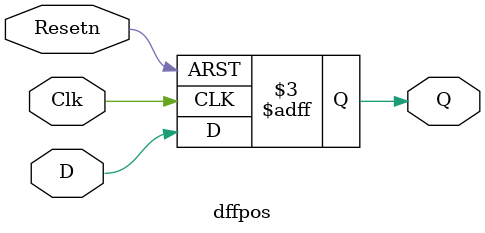
<source format=v>
module reg5b(D, Clk, Clearn, Q);
input [4:0]D;
input Clearn;
input Clk;
output [4:0]Q;

dffpos d1(D[0], Clk, Clearn, Q[0]);
dffpos d2(D[1], Clk, Clearn, Q[1]);
dffpos d3(D[2], Clk, Clearn, Q[2]);
dffpos d4(D[3], Clk, Clearn, Q[3]);
dffpos d5(D[4], Clk, Clearn, Q[4]);

endmodule

module dffpos(D, Clk, Resetn, Q);
input D, Clk, Resetn;
output reg Q;
always@(negedge Resetn or posedge Clk)
	if(!Resetn)
		Q <= 0;
	else if(Clk)
		Q <= D;
endmodule

</source>
